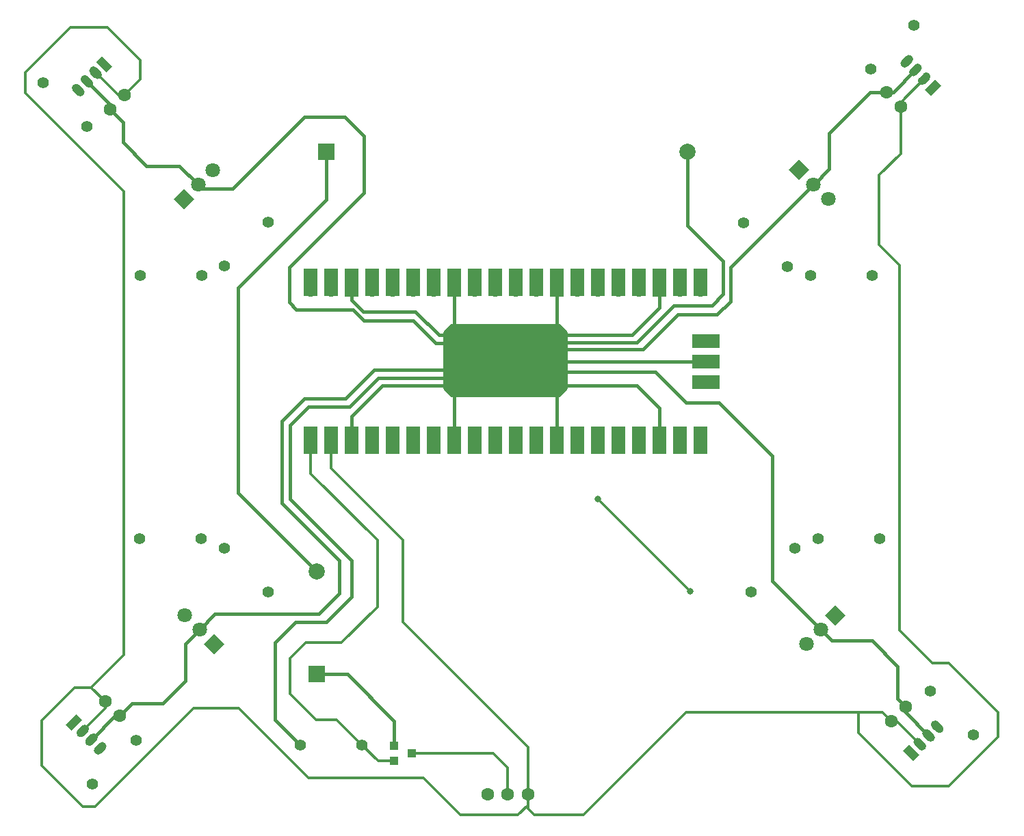
<source format=gbl>
G04 #@! TF.GenerationSoftware,KiCad,Pcbnew,(5.1.9)-1*
G04 #@! TF.CreationDate,2022-06-12T00:25:53-05:00*
G04 #@! TF.ProjectId,hom3c0ming_corsage,686f6d33-6330-46d6-996e-675f636f7273,3*
G04 #@! TF.SameCoordinates,Original*
G04 #@! TF.FileFunction,Copper,L2,Bot*
G04 #@! TF.FilePolarity,Positive*
%FSLAX46Y46*%
G04 Gerber Fmt 4.6, Leading zero omitted, Abs format (unit mm)*
G04 Created by KiCad (PCBNEW (5.1.9)-1) date 2022-06-12 00:25:53*
%MOMM*%
%LPD*%
G01*
G04 APERTURE LIST*
G04 #@! TA.AperFunction,ComponentPad*
%ADD10C,2.000000*%
G04 #@! TD*
G04 #@! TA.AperFunction,ComponentPad*
%ADD11R,2.000000X2.000000*%
G04 #@! TD*
G04 #@! TA.AperFunction,ComponentPad*
%ADD12C,1.600000*%
G04 #@! TD*
G04 #@! TA.AperFunction,ComponentPad*
%ADD13C,1.800000*%
G04 #@! TD*
G04 #@! TA.AperFunction,ComponentPad*
%ADD14C,0.100000*%
G04 #@! TD*
G04 #@! TA.AperFunction,ComponentPad*
%ADD15O,1.700000X1.700000*%
G04 #@! TD*
G04 #@! TA.AperFunction,ComponentPad*
%ADD16R,1.700000X1.700000*%
G04 #@! TD*
G04 #@! TA.AperFunction,SMDPad,CuDef*
%ADD17R,1.700000X3.500000*%
G04 #@! TD*
G04 #@! TA.AperFunction,SMDPad,CuDef*
%ADD18R,3.500000X1.700000*%
G04 #@! TD*
G04 #@! TA.AperFunction,SMDPad,CuDef*
%ADD19R,1.100000X1.000000*%
G04 #@! TD*
G04 #@! TA.AperFunction,ComponentPad*
%ADD20C,1.400000*%
G04 #@! TD*
G04 #@! TA.AperFunction,ViaPad*
%ADD21C,0.800000*%
G04 #@! TD*
G04 #@! TA.AperFunction,Conductor*
%ADD22C,0.400000*%
G04 #@! TD*
G04 #@! TA.AperFunction,Conductor*
%ADD23C,0.300000*%
G04 #@! TD*
G04 #@! TA.AperFunction,Conductor*
%ADD24C,0.254000*%
G04 #@! TD*
G04 #@! TA.AperFunction,Conductor*
%ADD25C,0.100000*%
G04 #@! TD*
G04 APERTURE END LIST*
D10*
X162205480Y-56022240D03*
D11*
X117505480Y-56022240D03*
D12*
X90735233Y-50789767D03*
X92503000Y-49022000D03*
X188564000Y-50419000D03*
X186796233Y-48651233D03*
X189191567Y-124775033D03*
X187423800Y-126542800D03*
X90119200Y-124155200D03*
X91886967Y-125922967D03*
D13*
X103464902Y-58333098D03*
X101668851Y-60129149D03*
G04 #@! TA.AperFunction,ComponentPad*
D14*
G36*
X99872800Y-63197992D02*
G01*
X98600008Y-61925200D01*
X99872800Y-60652408D01*
X101145592Y-61925200D01*
X99872800Y-63197992D01*
G37*
G04 #@! TD.AperFunction*
D13*
X179588702Y-61859702D03*
X177792651Y-60063651D03*
G04 #@! TA.AperFunction,ComponentPad*
D14*
G36*
X174723808Y-58267600D02*
G01*
X175996600Y-56994808D01*
X177269392Y-58267600D01*
X175996600Y-59540392D01*
X174723808Y-58267600D01*
G37*
G04 #@! TD.AperFunction*
G04 #@! TA.AperFunction,ComponentPad*
G36*
X180489600Y-112163608D02*
G01*
X181762392Y-113436400D01*
X180489600Y-114709192D01*
X179216808Y-113436400D01*
X180489600Y-112163608D01*
G37*
G04 #@! TD.AperFunction*
D13*
X178693549Y-115232451D03*
X176897498Y-117028502D03*
G04 #@! TA.AperFunction,ComponentPad*
D14*
G36*
X104853992Y-117017800D02*
G01*
X103581200Y-118290592D01*
X102308408Y-117017800D01*
X103581200Y-115745008D01*
X104853992Y-117017800D01*
G37*
G04 #@! TD.AperFunction*
D13*
X101785149Y-115221749D03*
X99989098Y-113425698D03*
G04 #@! TA.AperFunction,ComponentPad*
D14*
G36*
X90263579Y-46184213D02*
G01*
X88990787Y-44911421D01*
X89747391Y-44154817D01*
X91020183Y-45427609D01*
X90263579Y-46184213D01*
G37*
G04 #@! TD.AperFunction*
G04 #@! TA.AperFunction,ComponentPad*
G36*
G01*
X88807646Y-46883542D02*
X88291458Y-46367354D01*
G75*
G02*
X88291458Y-45610750I378302J378302D01*
G01*
X88291458Y-45610750D01*
G75*
G02*
X89048062Y-45610750I378302J-378302D01*
G01*
X89564250Y-46126938D01*
G75*
G02*
X89564250Y-46883542I-378302J-378302D01*
G01*
X89564250Y-46883542D01*
G75*
G02*
X88807646Y-46883542I-378302J378302D01*
G01*
G37*
G04 #@! TD.AperFunction*
G04 #@! TA.AperFunction,ComponentPad*
G36*
G01*
X87730015Y-47961173D02*
X87213827Y-47444985D01*
G75*
G02*
X87213827Y-46688381I378302J378302D01*
G01*
X87213827Y-46688381D01*
G75*
G02*
X87970431Y-46688381I378302J-378302D01*
G01*
X88486619Y-47204569D01*
G75*
G02*
X88486619Y-47961173I-378302J-378302D01*
G01*
X88486619Y-47961173D01*
G75*
G02*
X87730015Y-47961173I-378302J378302D01*
G01*
G37*
G04 #@! TD.AperFunction*
G04 #@! TA.AperFunction,ComponentPad*
G36*
G01*
X86652384Y-49038804D02*
X86136196Y-48522616D01*
G75*
G02*
X86136196Y-47766012I378302J378302D01*
G01*
X86136196Y-47766012D01*
G75*
G02*
X86892800Y-47766012I378302J-378302D01*
G01*
X87408988Y-48282200D01*
G75*
G02*
X87408988Y-49038804I-378302J-378302D01*
G01*
X87408988Y-49038804D01*
G75*
G02*
X86652384Y-49038804I-378302J378302D01*
G01*
G37*
G04 #@! TD.AperFunction*
G04 #@! TA.AperFunction,ComponentPad*
G36*
X191547933Y-48325725D02*
G01*
X192820725Y-47052933D01*
X193577329Y-47809537D01*
X192304537Y-49082329D01*
X191547933Y-48325725D01*
G37*
G04 #@! TD.AperFunction*
G04 #@! TA.AperFunction,ComponentPad*
G36*
G01*
X190848604Y-46869792D02*
X191364792Y-46353604D01*
G75*
G02*
X192121396Y-46353604I378302J-378302D01*
G01*
X192121396Y-46353604D01*
G75*
G02*
X192121396Y-47110208I-378302J-378302D01*
G01*
X191605208Y-47626396D01*
G75*
G02*
X190848604Y-47626396I-378302J378302D01*
G01*
X190848604Y-47626396D01*
G75*
G02*
X190848604Y-46869792I378302J378302D01*
G01*
G37*
G04 #@! TD.AperFunction*
G04 #@! TA.AperFunction,ComponentPad*
G36*
G01*
X189770973Y-45792161D02*
X190287161Y-45275973D01*
G75*
G02*
X191043765Y-45275973I378302J-378302D01*
G01*
X191043765Y-45275973D01*
G75*
G02*
X191043765Y-46032577I-378302J-378302D01*
G01*
X190527577Y-46548765D01*
G75*
G02*
X189770973Y-46548765I-378302J378302D01*
G01*
X189770973Y-46548765D01*
G75*
G02*
X189770973Y-45792161I378302J378302D01*
G01*
G37*
G04 #@! TD.AperFunction*
G04 #@! TA.AperFunction,ComponentPad*
G36*
G01*
X188693342Y-44714530D02*
X189209530Y-44198342D01*
G75*
G02*
X189966134Y-44198342I378302J-378302D01*
G01*
X189966134Y-44198342D01*
G75*
G02*
X189966134Y-44954946I-378302J-378302D01*
G01*
X189449946Y-45471134D01*
G75*
G02*
X188693342Y-45471134I-378302J378302D01*
G01*
X188693342Y-45471134D01*
G75*
G02*
X188693342Y-44714530I378302J378302D01*
G01*
G37*
G04 #@! TD.AperFunction*
G04 #@! TA.AperFunction,ComponentPad*
G36*
G01*
X193223616Y-126627596D02*
X193739804Y-127143784D01*
G75*
G02*
X193739804Y-127900388I-378302J-378302D01*
G01*
X193739804Y-127900388D01*
G75*
G02*
X192983200Y-127900388I-378302J378302D01*
G01*
X192467012Y-127384200D01*
G75*
G02*
X192467012Y-126627596I378302J378302D01*
G01*
X192467012Y-126627596D01*
G75*
G02*
X193223616Y-126627596I378302J-378302D01*
G01*
G37*
G04 #@! TD.AperFunction*
G04 #@! TA.AperFunction,ComponentPad*
G36*
G01*
X192145985Y-127705227D02*
X192662173Y-128221415D01*
G75*
G02*
X192662173Y-128978019I-378302J-378302D01*
G01*
X192662173Y-128978019D01*
G75*
G02*
X191905569Y-128978019I-378302J378302D01*
G01*
X191389381Y-128461831D01*
G75*
G02*
X191389381Y-127705227I378302J378302D01*
G01*
X191389381Y-127705227D01*
G75*
G02*
X192145985Y-127705227I378302J-378302D01*
G01*
G37*
G04 #@! TD.AperFunction*
G04 #@! TA.AperFunction,ComponentPad*
G36*
G01*
X191068354Y-128782858D02*
X191584542Y-129299046D01*
G75*
G02*
X191584542Y-130055650I-378302J-378302D01*
G01*
X191584542Y-130055650D01*
G75*
G02*
X190827938Y-130055650I-378302J378302D01*
G01*
X190311750Y-129539462D01*
G75*
G02*
X190311750Y-128782858I378302J378302D01*
G01*
X190311750Y-128782858D01*
G75*
G02*
X191068354Y-128782858I378302J-378302D01*
G01*
G37*
G04 #@! TD.AperFunction*
G04 #@! TA.AperFunction,ComponentPad*
G36*
X189612421Y-129482187D02*
G01*
X190885213Y-130754979D01*
X190128609Y-131511583D01*
X188855817Y-130238791D01*
X189612421Y-129482187D01*
G37*
G04 #@! TD.AperFunction*
G04 #@! TA.AperFunction,ComponentPad*
G36*
G01*
X90131427Y-130052039D02*
X89615239Y-130568227D01*
G75*
G02*
X88858635Y-130568227I-378302J378302D01*
G01*
X88858635Y-130568227D01*
G75*
G02*
X88858635Y-129811623I378302J378302D01*
G01*
X89374823Y-129295435D01*
G75*
G02*
X90131427Y-129295435I378302J-378302D01*
G01*
X90131427Y-129295435D01*
G75*
G02*
X90131427Y-130052039I-378302J-378302D01*
G01*
G37*
G04 #@! TD.AperFunction*
G04 #@! TA.AperFunction,ComponentPad*
G36*
G01*
X89053796Y-128974408D02*
X88537608Y-129490596D01*
G75*
G02*
X87781004Y-129490596I-378302J378302D01*
G01*
X87781004Y-129490596D01*
G75*
G02*
X87781004Y-128733992I378302J378302D01*
G01*
X88297192Y-128217804D01*
G75*
G02*
X89053796Y-128217804I378302J-378302D01*
G01*
X89053796Y-128217804D01*
G75*
G02*
X89053796Y-128974408I-378302J-378302D01*
G01*
G37*
G04 #@! TD.AperFunction*
G04 #@! TA.AperFunction,ComponentPad*
G36*
G01*
X87976165Y-127896777D02*
X87459977Y-128412965D01*
G75*
G02*
X86703373Y-128412965I-378302J378302D01*
G01*
X86703373Y-128412965D01*
G75*
G02*
X86703373Y-127656361I378302J378302D01*
G01*
X87219561Y-127140173D01*
G75*
G02*
X87976165Y-127140173I378302J-378302D01*
G01*
X87976165Y-127140173D01*
G75*
G02*
X87976165Y-127896777I-378302J-378302D01*
G01*
G37*
G04 #@! TD.AperFunction*
G04 #@! TA.AperFunction,ComponentPad*
G36*
X87276836Y-126440844D02*
G01*
X86004044Y-127713636D01*
X85247440Y-126957032D01*
X86520232Y-125684240D01*
X87276836Y-126440844D01*
G37*
G04 #@! TD.AperFunction*
D12*
X139954000Y-135636000D03*
X142454000Y-135636000D03*
X137454000Y-135636000D03*
D10*
X116300000Y-108050000D03*
D11*
X116300000Y-120750000D03*
D15*
X115570000Y-90890000D03*
X118110000Y-90890000D03*
D16*
X120650000Y-90890000D03*
D15*
X123190000Y-90890000D03*
X125730000Y-90890000D03*
X128270000Y-90890000D03*
X130810000Y-90890000D03*
D16*
X133350000Y-90890000D03*
D15*
X135890000Y-90890000D03*
X138430000Y-90890000D03*
X140970000Y-90890000D03*
X143510000Y-90890000D03*
D16*
X146050000Y-90890000D03*
D15*
X148590000Y-90890000D03*
X151130000Y-90890000D03*
X153670000Y-90890000D03*
X156210000Y-90890000D03*
D16*
X158750000Y-90890000D03*
D15*
X161290000Y-90890000D03*
X163830000Y-90890000D03*
X163830000Y-73110000D03*
X161290000Y-73110000D03*
D16*
X158750000Y-73110000D03*
D15*
X156210000Y-73110000D03*
X153670000Y-73110000D03*
X151130000Y-73110000D03*
X148590000Y-73110000D03*
D16*
X146050000Y-73110000D03*
D15*
X143510000Y-73110000D03*
X140970000Y-73110000D03*
X138430000Y-73110000D03*
X135890000Y-73110000D03*
D16*
X133350000Y-73110000D03*
D15*
X130810000Y-73110000D03*
X128270000Y-73110000D03*
X125730000Y-73110000D03*
X123190000Y-73110000D03*
D16*
X120650000Y-73110000D03*
D15*
X118110000Y-73110000D03*
X115570000Y-73110000D03*
D17*
X115570000Y-91790000D03*
X118110000Y-91790000D03*
X120650000Y-91790000D03*
X123190000Y-91790000D03*
X125730000Y-91790000D03*
X128270000Y-91790000D03*
X130810000Y-91790000D03*
X133350000Y-91790000D03*
X135890000Y-91790000D03*
X138430000Y-91790000D03*
X140970000Y-91790000D03*
X143510000Y-91790000D03*
X146050000Y-91790000D03*
X148590000Y-91790000D03*
X151130000Y-91790000D03*
X153670000Y-91790000D03*
X156210000Y-91790000D03*
X158750000Y-91790000D03*
X161290000Y-91790000D03*
X163830000Y-91790000D03*
X115570000Y-72210000D03*
X118110000Y-72210000D03*
X120650000Y-72210000D03*
X123190000Y-72210000D03*
X125730000Y-72210000D03*
X128270000Y-72210000D03*
X130810000Y-72210000D03*
X133350000Y-72210000D03*
X135890000Y-72210000D03*
X138430000Y-72210000D03*
X140970000Y-72210000D03*
X143510000Y-72210000D03*
X146050000Y-72210000D03*
X148590000Y-72210000D03*
X151130000Y-72210000D03*
X153670000Y-72210000D03*
X156210000Y-72210000D03*
X158750000Y-72210000D03*
X161290000Y-72210000D03*
X163830000Y-72210000D03*
D18*
X164500000Y-84540000D03*
D15*
X163600000Y-84540000D03*
D18*
X164500000Y-82000000D03*
D16*
X163600000Y-82000000D03*
D18*
X164500000Y-79460000D03*
D15*
X163600000Y-79460000D03*
D19*
X128100000Y-130556000D03*
X125900000Y-129606000D03*
X125900000Y-131506000D03*
D20*
X114300000Y-129540000D03*
X121920000Y-129540000D03*
X102108000Y-71374000D03*
X94488000Y-71374000D03*
X110280200Y-64770000D03*
X104892046Y-70158154D03*
X169157846Y-64842846D03*
X174546000Y-70231000D03*
X185061600Y-71399400D03*
X177441600Y-71399400D03*
X185969400Y-103962200D03*
X178349400Y-103962200D03*
X170069000Y-110540800D03*
X175457154Y-105152646D03*
X104876600Y-105181400D03*
X110264754Y-110569554D03*
X94361000Y-103987600D03*
X101981000Y-103987600D03*
X87811154Y-52886154D03*
X82423000Y-47498000D03*
X190246000Y-40386000D03*
X184857846Y-45774154D03*
X192223846Y-122881846D03*
X197612000Y-128270000D03*
X88519000Y-134366000D03*
X93907154Y-128977846D03*
D21*
X151130000Y-99060000D03*
X162560000Y-110490000D03*
D22*
X146050000Y-90890000D02*
X146050000Y-86233000D01*
X146050000Y-73110000D02*
X146050000Y-77597000D01*
X133350000Y-73110000D02*
X133350000Y-77597000D01*
X120650000Y-90890000D02*
X120650000Y-88773000D01*
X120650000Y-88773000D02*
X124460000Y-84963000D01*
X124460000Y-84963000D02*
X132207000Y-84963000D01*
X158750000Y-73110000D02*
X158750000Y-75311000D01*
X158750000Y-75311000D02*
X155321000Y-78740000D01*
X155321000Y-78740000D02*
X146939000Y-78740000D01*
X158750000Y-90890000D02*
X158750000Y-87757000D01*
X158750000Y-87757000D02*
X155956000Y-84963000D01*
X155956000Y-84963000D02*
X146939000Y-84963000D01*
X133350000Y-90890000D02*
X133350000Y-85979000D01*
X163600000Y-82000000D02*
X147024000Y-82000000D01*
X162205480Y-56022240D02*
X162205480Y-65177480D01*
X162205480Y-65177480D02*
X166624000Y-69596000D01*
X166624000Y-69596000D02*
X166624000Y-73660000D01*
X166624000Y-73660000D02*
X165227000Y-75057000D01*
X165227000Y-75057000D02*
X160528000Y-75057000D01*
X160528000Y-75057000D02*
X155956000Y-79629000D01*
X155956000Y-79629000D02*
X146177000Y-79629000D01*
D23*
X177792651Y-60063651D02*
X177792651Y-60078349D01*
X177792651Y-60063651D02*
X177807349Y-60063651D01*
D22*
X177807349Y-60063651D02*
X179705000Y-58166000D01*
X179705000Y-58166000D02*
X179705000Y-53721000D01*
X184774767Y-48651233D02*
X186796233Y-48651233D01*
X179705000Y-53721000D02*
X184774767Y-48651233D01*
X187668505Y-48651233D02*
X190407369Y-45912369D01*
X186796233Y-48651233D02*
X187668505Y-48651233D01*
D23*
X101668851Y-60129149D02*
X101668851Y-60139851D01*
D22*
X120650000Y-73110000D02*
X120650000Y-74422000D01*
X120650000Y-74422000D02*
X122047000Y-75819000D01*
X122047000Y-75819000D02*
X128143000Y-75819000D01*
X128143000Y-75819000D02*
X128524000Y-75819000D01*
X128524000Y-75819000D02*
X131445000Y-78740000D01*
X131445000Y-78740000D02*
X132334000Y-78740000D01*
D23*
X101668851Y-60129149D02*
X101658149Y-60129149D01*
D22*
X101658149Y-60129149D02*
X99314000Y-57785000D01*
X99314000Y-57785000D02*
X95250000Y-57785000D01*
X95250000Y-57785000D02*
X92329000Y-54864000D01*
X92329000Y-52383534D02*
X90735233Y-50789767D01*
X92329000Y-54864000D02*
X92329000Y-52383534D01*
X90735233Y-50209787D02*
X87850223Y-47324777D01*
X90735233Y-50789767D02*
X90735233Y-50209787D01*
X102118702Y-60579000D02*
X101668851Y-60129149D01*
X122174000Y-54102000D02*
X119761000Y-51689000D01*
X120777000Y-75565000D02*
X113792000Y-75565000D01*
X105918000Y-60579000D02*
X102118702Y-60579000D01*
X113792000Y-75565000D02*
X112903000Y-74676000D01*
X122174000Y-61087000D02*
X122174000Y-54102000D01*
X112903000Y-74676000D02*
X112903000Y-70358000D01*
X112903000Y-70358000D02*
X122174000Y-61087000D01*
X119761000Y-51689000D02*
X114808000Y-51689000D01*
X114808000Y-51689000D02*
X105918000Y-60579000D01*
D23*
X101785149Y-115221749D02*
X101821251Y-115221749D01*
X101785149Y-115221749D02*
X101785149Y-115257851D01*
D22*
X101785149Y-115257851D02*
X100076000Y-116967000D01*
X100076000Y-116967000D02*
X100076000Y-121539000D01*
X100076000Y-121539000D02*
X97282000Y-124333000D01*
X93476934Y-124333000D02*
X91886967Y-125922967D01*
X97282000Y-124333000D02*
X93476934Y-124333000D01*
X91348633Y-125922967D02*
X88417400Y-128854200D01*
X91886967Y-125922967D02*
X91348633Y-125922967D01*
D23*
X178693549Y-115232451D02*
X178693549Y-115193549D01*
D22*
X178693549Y-115193549D02*
X172720000Y-109220000D01*
X172720000Y-109220000D02*
X172720000Y-94361000D01*
D23*
X178693549Y-115232451D02*
X178732451Y-115232451D01*
D22*
X178732451Y-115232451D02*
X180086000Y-116586000D01*
X180086000Y-116586000D02*
X185039000Y-116586000D01*
X185039000Y-116586000D02*
X188214000Y-119761000D01*
X188214000Y-123797466D02*
X189191567Y-124775033D01*
X188214000Y-119761000D02*
X188214000Y-123797466D01*
X189191567Y-125507413D02*
X192025777Y-128341623D01*
X189191567Y-124775033D02*
X189191567Y-125507413D01*
X120777000Y-75565000D02*
X121920000Y-76708000D01*
X121920000Y-76708000D02*
X122174000Y-76962000D01*
X122174000Y-76962000D02*
X128270000Y-76962000D01*
X128270000Y-76962000D02*
X131064000Y-79756000D01*
X131064000Y-79756000D02*
X132842000Y-79756000D01*
X156083000Y-80518000D02*
X146812000Y-80518000D01*
X156718000Y-80518000D02*
X156083000Y-80518000D01*
X161036000Y-76200000D02*
X156718000Y-80518000D01*
X165862000Y-76200000D02*
X161036000Y-76200000D01*
X167513000Y-74549000D02*
X165862000Y-76200000D01*
X167513000Y-70358000D02*
X167513000Y-74549000D01*
X177792651Y-60078349D02*
X167513000Y-70358000D01*
X172720000Y-94361000D02*
X172720000Y-93726000D01*
X172720000Y-93726000D02*
X166116000Y-87122000D01*
X166116000Y-87122000D02*
X162052000Y-87122000D01*
X162052000Y-87122000D02*
X158242000Y-83312000D01*
X158242000Y-83312000D02*
X145542000Y-83312000D01*
X101785149Y-115221749D02*
X103722898Y-113284000D01*
X103722898Y-113284000D02*
X116586000Y-113284000D01*
X116586000Y-113284000D02*
X119126000Y-110744000D01*
X119126000Y-110744000D02*
X119126000Y-106680000D01*
X119126000Y-106680000D02*
X112014000Y-99568000D01*
X112014000Y-99568000D02*
X112014000Y-89408000D01*
X112014000Y-89408000D02*
X114808000Y-86614000D01*
X114808000Y-86614000D02*
X119888000Y-86614000D01*
X119888000Y-86614000D02*
X123444000Y-83058000D01*
X123444000Y-83058000D02*
X132588000Y-83058000D01*
X113665000Y-114300000D02*
X111125000Y-116840000D01*
X117475000Y-114300000D02*
X113665000Y-114300000D01*
X111125000Y-126365000D02*
X114300000Y-129540000D01*
X111125000Y-116840000D02*
X111125000Y-126365000D01*
X120650000Y-111125000D02*
X117475000Y-114300000D01*
X113030000Y-99060000D02*
X120650000Y-106680000D01*
X120650000Y-106680000D02*
X120650000Y-111125000D01*
X115316000Y-87630000D02*
X113030000Y-89916000D01*
X113030000Y-89916000D02*
X113030000Y-99060000D01*
X120396000Y-87630000D02*
X115316000Y-87630000D01*
X123952000Y-84074000D02*
X120396000Y-87630000D01*
X132842000Y-84074000D02*
X123952000Y-84074000D01*
X125900000Y-129606000D02*
X125900000Y-126535000D01*
X120115000Y-120750000D02*
X116300000Y-120750000D01*
X125900000Y-126535000D02*
X120115000Y-120750000D01*
D23*
X151130000Y-99060000D02*
X162560000Y-110490000D01*
D22*
X116324380Y-107967780D02*
X116324380Y-107942380D01*
X106553000Y-98303000D02*
X116300000Y-108050000D01*
X106553000Y-72898000D02*
X106553000Y-98303000D01*
X117505480Y-61945520D02*
X106553000Y-72898000D01*
X117505480Y-56022240D02*
X117505480Y-61945520D01*
D23*
X91702708Y-49022000D02*
X88927854Y-46247146D01*
X92503000Y-49022000D02*
X91702708Y-49022000D01*
X188564000Y-49911000D02*
X191485000Y-46990000D01*
X188564000Y-50419000D02*
X188564000Y-49911000D01*
X188071692Y-126542800D02*
X190948146Y-129419254D01*
X187423800Y-126542800D02*
X188071692Y-126542800D01*
X90119200Y-124997138D02*
X87339769Y-127776569D01*
X90119200Y-124155200D02*
X90119200Y-124997138D01*
X118110000Y-90890000D02*
X118110000Y-95250000D01*
X118110000Y-95250000D02*
X127000000Y-104140000D01*
X127000000Y-104140000D02*
X127000000Y-114300000D01*
X142454000Y-129754000D02*
X142454000Y-135636000D01*
X127000000Y-114300000D02*
X142454000Y-129754000D01*
X88392000Y-122428000D02*
X90119200Y-124155200D01*
X142454000Y-136946000D02*
X141224000Y-138176000D01*
X141224000Y-138176000D02*
X134112000Y-138176000D01*
X134112000Y-138176000D02*
X129540000Y-133604000D01*
X106680000Y-124968000D02*
X101092000Y-124968000D01*
X142454000Y-135636000D02*
X142454000Y-136946000D01*
X86360000Y-122428000D02*
X88392000Y-122428000D01*
X129540000Y-133604000D02*
X115316000Y-133604000D01*
X115316000Y-133604000D02*
X106680000Y-124968000D01*
X101092000Y-124968000D02*
X88900000Y-137160000D01*
X88900000Y-137160000D02*
X87376000Y-137160000D01*
X87376000Y-137160000D02*
X82296000Y-132080000D01*
X82296000Y-132080000D02*
X82296000Y-126492000D01*
X82296000Y-126492000D02*
X86360000Y-122428000D01*
X92503000Y-49022000D02*
X94488000Y-47037000D01*
X94488000Y-47037000D02*
X94488000Y-44704000D01*
X94488000Y-44704000D02*
X90424000Y-40640000D01*
X90424000Y-40640000D02*
X85852000Y-40640000D01*
X85852000Y-40640000D02*
X80264000Y-46228000D01*
X80264000Y-46228000D02*
X80264000Y-48768000D01*
X80264000Y-48768000D02*
X92456000Y-60960000D01*
X92456000Y-118364000D02*
X88392000Y-122428000D01*
X92456000Y-60960000D02*
X92456000Y-118364000D01*
X186357000Y-125476000D02*
X187423800Y-126542800D01*
X149352000Y-138176000D02*
X162052000Y-125476000D01*
X143256000Y-138176000D02*
X149352000Y-138176000D01*
X142454000Y-137374000D02*
X143256000Y-138176000D01*
X142454000Y-136946000D02*
X142454000Y-137374000D01*
X183388000Y-125476000D02*
X183388000Y-128016000D01*
X162052000Y-125476000D02*
X183388000Y-125476000D01*
X183388000Y-125476000D02*
X186357000Y-125476000D01*
X183388000Y-128016000D02*
X189992000Y-134620000D01*
X189992000Y-134620000D02*
X194564000Y-134620000D01*
X194564000Y-134620000D02*
X200660000Y-128524000D01*
X200660000Y-128524000D02*
X200660000Y-125476000D01*
X200660000Y-125476000D02*
X194564000Y-119380000D01*
X194564000Y-119380000D02*
X192532000Y-119380000D01*
X192532000Y-119380000D02*
X188468000Y-115316000D01*
X188468000Y-115316000D02*
X188468000Y-70104000D01*
X188468000Y-70104000D02*
X185928000Y-67564000D01*
X185928000Y-67564000D02*
X185928000Y-58928000D01*
X188564000Y-56292000D02*
X188564000Y-50419000D01*
X185928000Y-58928000D02*
X188564000Y-56292000D01*
X123886000Y-131506000D02*
X121920000Y-129540000D01*
X125900000Y-131506000D02*
X123886000Y-131506000D01*
X115570000Y-90890000D02*
X115570000Y-95885000D01*
X115570000Y-95885000D02*
X123825000Y-104140000D01*
X123825000Y-104140000D02*
X123825000Y-112395000D01*
X123825000Y-112395000D02*
X119380000Y-116840000D01*
X119380000Y-116840000D02*
X114935000Y-116840000D01*
X114935000Y-116840000D02*
X113030000Y-118745000D01*
X113030000Y-118745000D02*
X113030000Y-123190000D01*
X113030000Y-123190000D02*
X116205000Y-126365000D01*
X118745000Y-126365000D02*
X121920000Y-129540000D01*
X116205000Y-126365000D02*
X118745000Y-126365000D01*
X128100000Y-130556000D02*
X138176000Y-130556000D01*
X139954000Y-132334000D02*
X139954000Y-135636000D01*
X138176000Y-130556000D02*
X139954000Y-132334000D01*
D24*
X147193000Y-78395606D02*
X147193000Y-85307394D01*
X146267394Y-86233000D01*
X133005606Y-86233000D01*
X132080000Y-85307394D01*
X132080000Y-78395606D01*
X133005606Y-77470000D01*
X146267394Y-77470000D01*
X147193000Y-78395606D01*
G04 #@! TA.AperFunction,Conductor*
D25*
G36*
X147193000Y-78395606D02*
G01*
X147193000Y-85307394D01*
X146267394Y-86233000D01*
X133005606Y-86233000D01*
X132080000Y-85307394D01*
X132080000Y-78395606D01*
X133005606Y-77470000D01*
X146267394Y-77470000D01*
X147193000Y-78395606D01*
G37*
G04 #@! TD.AperFunction*
M02*

</source>
